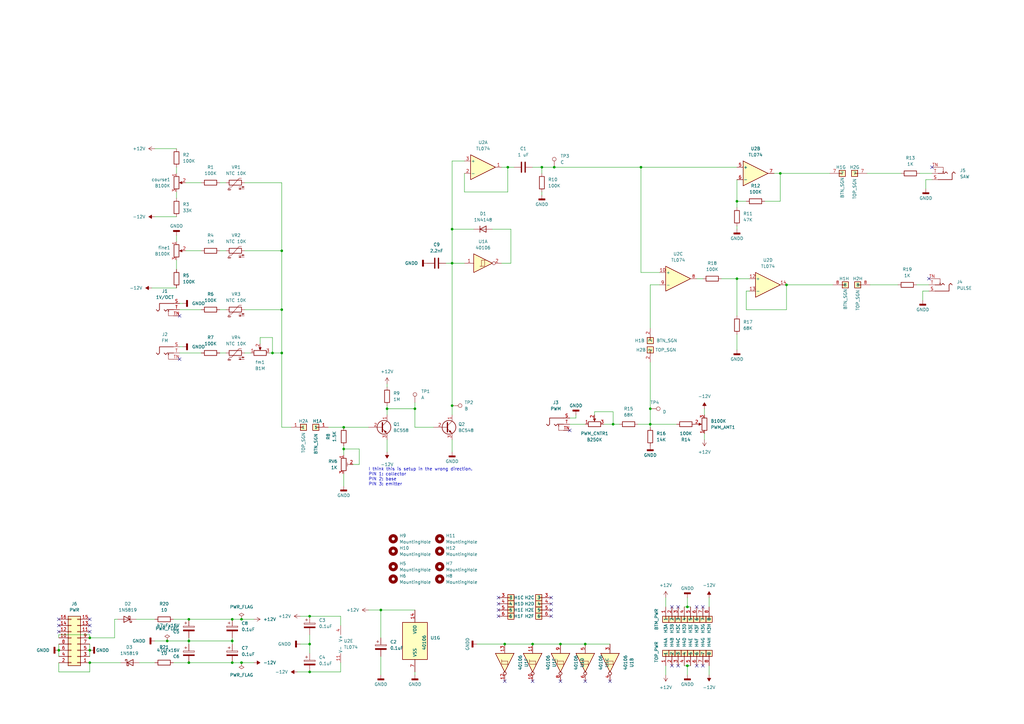
<source format=kicad_sch>
(kicad_sch (version 20230121) (generator eeschema)
  (paper "A3")
  (junction (at 140.97 175.26))
  (junction (at 266.7 173.99))
  (junction (at 281.94 248.92))
  (junction (at 68.58 262.89))
  (junction (at 95.25 254))
  (junction (at 302.26 82.55))
  (junction (at 240.03 264.16))
  (junction (at 262.89 68.58))
  (junction (at 36.83 266.7))
  (junction (at 77.47 271.78))
  (junction (at 229.87 264.16))
  (junction (at 111.76 144.78))
  (junction (at 302.26 114.3))
  (junction (at 127 275.59))
  (junction (at 170.18 167.64))
  (junction (at 95.25 271.78))
  (junction (at 185.42 107.95))
  (junction (at 115.57 127))
  (junction (at 222.25 68.58))
  (junction (at 95.25 262.89))
  (junction (at 208.28 68.58))
  (junction (at 251.46 173.99))
  (junction (at 185.42 166.37))
  (junction (at 156.21 250.19))
  (junction (at 77.47 262.89))
  (junction (at 99.06 254))
  (junction (at 140.97 184.15))
  (junction (at 322.58 116.84))
  (junction (at 24.13 266.7))
  (junction (at 207.01 264.16))
  (junction (at 320.04 71.12))
  (junction (at 99.06 271.78))
  (junction (at 115.57 144.78))
  (junction (at 127 252.73))
  (junction (at 185.42 93.98))
  (junction (at 227.33 68.58))
  (junction (at 115.57 102.87))
  (junction (at 158.75 167.64))
  (junction (at 218.44 264.16))
  (junction (at 281.94 273.05))
  (junction (at 77.47 254))
  (junction (at 127 264.16))
  (junction (at 266.7 167.64))
  (junction (at 36.83 271.78))
  (junction (at 36.83 261.62))
  (no_connect (at 278.13 273.05))
  (no_connect (at 226.06 245.11))
  (no_connect (at 233.68 176.53))
  (no_connect (at 240.03 279.4))
  (no_connect (at 204.47 247.65))
  (no_connect (at 226.06 252.73))
  (no_connect (at 24.13 254))
  (no_connect (at 24.13 256.54))
  (no_connect (at 275.59 273.05))
  (no_connect (at 36.83 256.54))
  (no_connect (at 226.06 250.19))
  (no_connect (at 285.75 273.05))
  (no_connect (at 275.59 248.92))
  (no_connect (at 73.66 147.32))
  (no_connect (at 226.06 247.65))
  (no_connect (at 250.19 279.4))
  (no_connect (at 278.13 248.92))
  (no_connect (at 288.29 273.05))
  (no_connect (at 204.47 252.73))
  (no_connect (at 204.47 245.11))
  (no_connect (at 229.87 279.4))
  (no_connect (at 382.27 68.58))
  (no_connect (at 381 114.3))
  (no_connect (at 288.29 248.92))
  (no_connect (at 218.44 279.4))
  (no_connect (at 73.66 129.54))
  (no_connect (at 285.75 248.92))
  (no_connect (at 24.13 259.08))
  (no_connect (at 36.83 254))
  (no_connect (at 204.47 250.19))
  (no_connect (at 36.83 259.08))
  (no_connect (at 207.01 279.4))
  (wire (pts (xy 24.13 264.16) (xy 24.13 266.7)))
  (wire (pts (xy 63.5 88.9) (xy 72.39 88.9)))
  (wire (pts (xy 90.17 74.93) (xy 92.71 74.93)))
  (wire (pts (xy 140.97 194.31) (xy 140.97 199.39)))
  (wire (pts (xy 208.28 68.58) (xy 208.28 78.74)))
  (wire (pts (xy 76.2 74.93) (xy 82.55 74.93)))
  (wire (pts (xy 190.5 78.74) (xy 208.28 78.74)))
  (wire (pts (xy 295.91 114.3) (xy 302.26 114.3)))
  (wire (pts (xy 185.42 93.98) (xy 185.42 66.04)))
  (wire (pts (xy 46.99 254) (xy 48.26 254)))
  (wire (pts (xy 46.99 261.62) (xy 46.99 254)))
  (wire (pts (xy 201.93 93.98) (xy 209.55 93.98)))
  (wire (pts (xy 77.47 262.89) (xy 77.47 264.16)))
  (wire (pts (xy 302.26 85.09) (xy 302.26 82.55)))
  (wire (pts (xy 95.25 261.62) (xy 95.25 262.89)))
  (wire (pts (xy 285.75 114.3) (xy 288.29 114.3)))
  (wire (pts (xy 379.73 77.47) (xy 379.73 73.66)))
  (wire (pts (xy 281.94 276.86) (xy 281.94 273.05)))
  (wire (pts (xy 36.83 264.16) (xy 36.83 266.7)))
  (wire (pts (xy 190.5 71.12) (xy 190.5 78.74)))
  (wire (pts (xy 123.19 252.73) (xy 127 252.73)))
  (wire (pts (xy 288.925 180.34) (xy 288.925 177.8)))
  (wire (pts (xy 378.46 123.19) (xy 378.46 119.38)))
  (wire (pts (xy 251.46 173.99) (xy 254 173.99)))
  (wire (pts (xy 127 252.73) (xy 139.7 252.73)))
  (wire (pts (xy 119.38 175.26) (xy 115.57 175.26)))
  (wire (pts (xy 144.78 190.5) (xy 147.32 190.5)))
  (wire (pts (xy 140.97 175.26) (xy 151.13 175.26)))
  (wire (pts (xy 262.89 111.76) (xy 270.51 111.76)))
  (wire (pts (xy 288.925 170.18) (xy 288.925 167.64)))
  (wire (pts (xy 127 264.16) (xy 127 267.97)))
  (wire (pts (xy 90.17 127) (xy 92.71 127)))
  (wire (pts (xy 111.76 144.78) (xy 115.57 144.78)))
  (wire (pts (xy 71.12 271.78) (xy 77.47 271.78)))
  (wire (pts (xy 127 275.59) (xy 139.7 275.59)))
  (wire (pts (xy 90.17 102.87) (xy 92.71 102.87)))
  (wire (pts (xy 151.13 250.19) (xy 156.21 250.19)))
  (wire (pts (xy 121.92 275.59) (xy 127 275.59)))
  (wire (pts (xy 111.76 144.78) (xy 110.49 144.78)))
  (wire (pts (xy 57.15 271.78) (xy 63.5 271.78)))
  (wire (pts (xy 95.25 262.89) (xy 95.25 264.16)))
  (wire (pts (xy 377.19 71.12) (xy 382.27 71.12)))
  (wire (pts (xy 266.7 116.84) (xy 270.51 116.84)))
  (wire (pts (xy 243.84 168.91) (xy 251.46 168.91)))
  (wire (pts (xy 281.94 248.92) (xy 280.67 248.92)))
  (wire (pts (xy 36.83 266.7) (xy 36.83 269.24)))
  (wire (pts (xy 227.33 68.58) (xy 262.89 68.58)))
  (wire (pts (xy 139.7 252.73) (xy 139.7 256.54)))
  (wire (pts (xy 266.7 148.59) (xy 266.7 167.64)))
  (wire (pts (xy 207.01 264.16) (xy 218.44 264.16)))
  (wire (pts (xy 378.46 119.38) (xy 381 119.38)))
  (wire (pts (xy 90.17 144.78) (xy 92.71 144.78)))
  (wire (pts (xy 156.21 269.24) (xy 156.21 276.86)))
  (wire (pts (xy 158.75 167.64) (xy 170.18 167.64)))
  (wire (pts (xy 73.66 124.46) (xy 74.93 124.46)))
  (wire (pts (xy 222.25 68.58) (xy 227.33 68.58)))
  (wire (pts (xy 140.97 182.88) (xy 140.97 184.15)))
  (wire (pts (xy 72.39 106.68) (xy 72.39 110.49)))
  (wire (pts (xy 185.42 66.04) (xy 190.5 66.04)))
  (wire (pts (xy 317.5 71.12) (xy 320.04 71.12)))
  (wire (pts (xy 115.57 74.93) (xy 100.33 74.93)))
  (wire (pts (xy 251.46 168.91) (xy 251.46 173.99)))
  (wire (pts (xy 302.26 73.66) (xy 302.26 82.55)))
  (wire (pts (xy 320.04 82.55) (xy 320.04 71.12)))
  (wire (pts (xy 170.18 275.59) (xy 170.18 276.86)))
  (wire (pts (xy 302.26 143.51) (xy 302.26 137.16)))
  (wire (pts (xy 185.42 93.98) (xy 194.31 93.98)))
  (wire (pts (xy 24.13 261.62) (xy 24.13 260.35)))
  (wire (pts (xy 100.33 127) (xy 115.57 127)))
  (wire (pts (xy 77.47 261.62) (xy 77.47 262.89)))
  (wire (pts (xy 156.21 250.19) (xy 170.18 250.19)))
  (wire (pts (xy 283.21 248.92) (xy 281.94 248.92)))
  (wire (pts (xy 236.22 171.45) (xy 236.22 170.18)))
  (wire (pts (xy 24.13 275.59) (xy 36.83 275.59)))
  (wire (pts (xy 115.57 102.87) (xy 115.57 127)))
  (wire (pts (xy 243.84 168.91) (xy 243.84 170.18)))
  (wire (pts (xy 73.66 127) (xy 82.55 127)))
  (wire (pts (xy 111.76 138.43) (xy 111.76 144.78)))
  (wire (pts (xy 185.42 180.34) (xy 185.42 185.42)))
  (wire (pts (xy 140.97 184.15) (xy 147.32 184.15)))
  (wire (pts (xy 320.04 71.12) (xy 340.36 71.12)))
  (wire (pts (xy 266.7 116.84) (xy 266.7 134.62)))
  (wire (pts (xy 24.13 260.35) (xy 36.83 260.35)))
  (wire (pts (xy 208.28 68.58) (xy 210.82 68.58)))
  (wire (pts (xy 273.05 248.92) (xy 273.05 245.11)))
  (wire (pts (xy 147.32 190.5) (xy 147.32 184.15)))
  (wire (pts (xy 185.42 93.98) (xy 185.42 107.95)))
  (wire (pts (xy 356.87 116.84) (xy 368.3 116.84)))
  (wire (pts (xy 266.7 167.64) (xy 266.7 173.99)))
  (wire (pts (xy 185.42 166.37) (xy 185.42 170.18)))
  (wire (pts (xy 170.18 175.26) (xy 177.8 175.26)))
  (wire (pts (xy 170.18 165.1) (xy 170.18 167.64)))
  (wire (pts (xy 72.39 78.74) (xy 72.39 81.28)))
  (wire (pts (xy 158.75 157.48) (xy 158.75 158.75)))
  (wire (pts (xy 313.69 82.55) (xy 320.04 82.55)))
  (wire (pts (xy 115.57 102.87) (xy 115.57 74.93)))
  (wire (pts (xy 375.92 116.84) (xy 381 116.84)))
  (wire (pts (xy 95.25 271.78) (xy 99.06 271.78)))
  (wire (pts (xy 283.21 273.05) (xy 281.94 273.05)))
  (wire (pts (xy 36.83 275.59) (xy 36.83 271.78)))
  (wire (pts (xy 77.47 254) (xy 95.25 254)))
  (wire (pts (xy 306.07 127) (xy 306.07 119.38)))
  (wire (pts (xy 205.74 68.58) (xy 208.28 68.58)))
  (wire (pts (xy 302.26 82.55) (xy 306.07 82.55)))
  (wire (pts (xy 266.7 173.99) (xy 266.7 175.26)))
  (wire (pts (xy 277.495 173.99) (xy 266.7 173.99)))
  (wire (pts (xy 156.21 250.19) (xy 156.21 261.62)))
  (wire (pts (xy 273.05 276.86) (xy 273.05 273.05)))
  (wire (pts (xy 36.83 261.62) (xy 46.99 261.62)))
  (wire (pts (xy 195.58 264.16) (xy 207.01 264.16)))
  (wire (pts (xy 36.83 260.35) (xy 36.83 261.62)))
  (wire (pts (xy 106.68 140.97) (xy 106.68 138.43)))
  (wire (pts (xy 24.13 266.7) (xy 24.13 269.24)))
  (wire (pts (xy 322.58 127) (xy 306.07 127)))
  (wire (pts (xy 233.68 171.45) (xy 236.22 171.45)))
  (wire (pts (xy 262.89 68.58) (xy 302.26 68.58)))
  (wire (pts (xy 115.57 144.78) (xy 115.57 175.26)))
  (wire (pts (xy 233.68 173.99) (xy 240.03 173.99)))
  (wire (pts (xy 262.89 68.58) (xy 262.89 111.76)))
  (wire (pts (xy 158.75 167.64) (xy 158.75 170.18)))
  (wire (pts (xy 185.42 107.95) (xy 185.42 166.37)))
  (wire (pts (xy 290.83 276.86) (xy 290.83 273.05)))
  (wire (pts (xy 100.33 102.87) (xy 115.57 102.87)))
  (wire (pts (xy 127 260.35) (xy 127 264.16)))
  (wire (pts (xy 106.68 138.43) (xy 111.76 138.43)))
  (wire (pts (xy 322.58 116.84) (xy 322.58 127)))
  (wire (pts (xy 170.18 175.26) (xy 170.18 167.64)))
  (wire (pts (xy 95.25 254) (xy 99.06 254)))
  (wire (pts (xy 68.58 262.89) (xy 77.47 262.89)))
  (wire (pts (xy 140.97 184.15) (xy 140.97 186.69)))
  (wire (pts (xy 218.44 264.16) (xy 229.87 264.16)))
  (wire (pts (xy 229.87 264.16) (xy 240.03 264.16)))
  (wire (pts (xy 77.47 262.89) (xy 95.25 262.89)))
  (wire (pts (xy 73.66 142.24) (xy 74.93 142.24)))
  (wire (pts (xy 123.19 264.16) (xy 127 264.16)))
  (wire (pts (xy 290.83 248.92) (xy 290.83 245.11)))
  (wire (pts (xy 77.47 271.78) (xy 95.25 271.78)))
  (wire (pts (xy 99.06 271.78) (xy 104.14 271.78)))
  (wire (pts (xy 71.12 254) (xy 77.47 254)))
  (wire (pts (xy 182.88 107.95) (xy 185.42 107.95)))
  (wire (pts (xy 115.57 127) (xy 115.57 144.78)))
  (wire (pts (xy 134.62 175.26) (xy 140.97 175.26)))
  (wire (pts (xy 322.58 116.84) (xy 341.63 116.84)))
  (wire (pts (xy 99.06 254) (xy 104.14 254)))
  (wire (pts (xy 302.26 114.3) (xy 307.34 114.3)))
  (wire (pts (xy 24.13 271.78) (xy 24.13 275.59)))
  (wire (pts (xy 185.42 107.95) (xy 190.5 107.95)))
  (wire (pts (xy 281.94 248.92) (xy 281.94 245.11)))
  (wire (pts (xy 355.6 71.12) (xy 369.57 71.12)))
  (wire (pts (xy 76.2 102.87) (xy 82.55 102.87)))
  (wire (pts (xy 72.39 68.58) (xy 72.39 71.12)))
  (wire (pts (xy 302.26 92.71) (xy 302.26 93.98)))
  (wire (pts (xy 281.94 273.05) (xy 280.67 273.05)))
  (wire (pts (xy 247.65 173.99) (xy 251.46 173.99)))
  (wire (pts (xy 100.33 144.78) (xy 102.87 144.78)))
  (wire (pts (xy 36.83 271.78) (xy 49.53 271.78)))
  (wire (pts (xy 62.23 118.11) (xy 72.39 118.11)))
  (wire (pts (xy 379.73 73.66) (xy 382.27 73.66)))
  (wire (pts (xy 261.62 173.99) (xy 266.7 173.99)))
  (wire (pts (xy 63.5 262.89) (xy 68.58 262.89)))
  (wire (pts (xy 158.75 180.34) (xy 158.75 185.42)))
  (wire (pts (xy 73.66 144.78) (xy 82.55 144.78)))
  (wire (pts (xy 139.7 275.59) (xy 139.7 271.78)))
  (wire (pts (xy 209.55 107.95) (xy 209.55 93.98)))
  (wire (pts (xy 218.44 68.58) (xy 222.25 68.58)))
  (wire (pts (xy 240.03 264.16) (xy 250.19 264.16)))
  (wire (pts (xy 55.88 254) (xy 63.5 254)))
  (wire (pts (xy 306.07 119.38) (xy 307.34 119.38)))
  (wire (pts (xy 158.75 166.37) (xy 158.75 167.64)))
  (wire (pts (xy 222.25 68.58) (xy 222.25 71.12)))
  (wire (pts (xy 302.26 114.3) (xy 302.26 129.54)))
  (wire (pts (xy 63.5 60.96) (xy 72.39 60.96)))
  (wire (pts (xy 72.39 96.52) (xy 72.39 99.06)))
  (wire (pts (xy 205.74 107.95) (xy 209.55 107.95)))
  (wire (pts (xy 222.25 78.74) (xy 222.25 80.01)))
  (text "I think this is setup in the wrong direction. \nPIN 1: collector\nPIN 2: base\nPIN 3: emitter" (at 151.13 199.39 0) (effects (font (size 1.27 1.27)) (justify left bottom)))
  (symbol (lib_id "Synth_Custom:CONN_Header_01x08") (at 220.98 250.19 180) (unit 5)
    (property "Reference" "H2" (at 217.17 250.19 0))
    (property "Value" "TOP_SGN" (effects hide))
    (property "Footprint" "synth-custom:PinHeader_1x08_P2.00mm_Vertical" (effects hide))
  )
  (symbol (lib_id "Synth_Custom:CONN_Socket_01x08") (at 129.54 175.26 180) (unit 1)
    (property "Reference" "H1" (at 132.08 172.72 0) (effects (justify left)))
    (property "Value" "BTN_SGN" (at 129.54 177.8 90) (effects (justify left)))
    (property "Footprint" "synth-custom:PinSocket_1x08_P2.00mm_Vertical" (effects hide))
  )
  (symbol (lib_id "Mechanical:MountingHole") (at 180.34 226.06 0) (unit 1)
    (property "Reference" "H12" (at 182.88 224.79 0) (effects (justify left)))
    (property "Value" "MountingHole" (at 182.88 227.33 0) (effects (justify left)))
    (property "Footprint" "MountingHole:MountingHole_3.5mm" (effects hide))
  )
  (symbol (lib_id "power:-12V") (at 104.14 271.78 270) (unit 1)
    (property "Reference" "#PWR029" (effects hide))
    (property "Value" "-12V" (at 107.95 271.78 90) (effects (justify left)))
  )
  (symbol (lib_id "power:GNDD") (at 236.22 170.18 180) (unit 1)
    (property "Reference" "#PWR013" (effects hide))
    (property "Value" "GNDD" (at 236.22 166.37 0))
  )
  (symbol (lib_id "Device:R") (at 72.39 64.77 180) (unit 1)
    (property "Reference" "R2" (at 74.93 63.5 0) (effects (justify right)))
    (property "Value" "100K" (at 74.93 66.04 0) (effects (justify right)))
    (property "Footprint" "synth-custom:R_Axial_DIN0207_L6.3mm_D2.5mm_P7.62mm_Horizontal" (effects hide))
  )
  (symbol (lib_id "Synth_Custom:CONN_Socket_01x08") (at 266.7 139.7 270) (unit 2)
    (property "Reference" "H1" (at 260.35 139.7 90) (effects (justify left)))
    (property "Value" "BTN_SGN" (at 269.24 139.7 90) (effects (justify left)))
    (property "Footprint" "synth-custom:PinSocket_1x08_P2.00mm_Vertical" (effects hide))
  )
  (symbol (lib_id "power:GNDD") (at 281.94 245.11 180) (unit 1)
    (property "Reference" "#PWR033" (effects hide))
    (property "Value" "GNDD" (at 281.94 241.3 0))
  )
  (symbol (lib_id "Device:R") (at 302.26 88.9 180) (unit 1)
    (property "Reference" "R11" (at 304.8 87.63 0) (effects (justify right)))
    (property "Value" "47K" (at 304.8 90.17 0) (effects (justify right)))
    (property "Footprint" "synth-custom:R_Axial_DIN0207_L6.3mm_D2.5mm_P7.62mm_Horizontal" (effects hide))
  )
  (symbol (lib_id "power:GNDD") (at 156.21 276.86 0) (unit 1)
    (property "Reference" "#PWR022" (effects hide))
    (property "Value" "GNDD" (at 156.21 280.67 0))
  )
  (symbol (lib_id "power:GNDD") (at 185.42 185.42 0) (unit 1)
    (property "Reference" "#PWR010" (effects hide))
    (property "Value" "GNDD" (at 185.42 189.23 0))
  )
  (symbol (lib_id "Device:R") (at 140.97 179.07 0) (unit 1)
    (property "Reference" "R8" (at 134.62 179.07 90))
    (property "Value" "1.5K" (at 137.16 179.07 90))
    (property "Footprint" "synth-custom:R_Axial_DIN0207_L6.3mm_D2.5mm_P7.62mm_Horizontal" (effects hide))
  )
  (symbol (lib_id "Synth_Custom:CONN_Header_01x08") (at 283.21 267.97 90) (unit 5)
    (property "Reference" "H4" (at 283.21 265.43 0) (effects (justify left)))
    (property "Value" "TOP_PWR" (effects hide))
    (property "Footprint" "synth-custom:PinHeader_1x08_P2.00mm_Vertical" (effects hide))
  )
  (symbol (lib_id "power:-12V") (at 63.5 88.9 90) (unit 1)
    (property "Reference" "#PWR05" (effects hide))
    (property "Value" "-12V" (at 59.69 88.9 90) (effects (justify left)))
  )
  (symbol (lib_id "power:GNDD") (at 175.26 107.95 270) (unit 1)
    (property "Reference" "#PWR031" (effects hide))
    (property "Value" "GNDD" (at 171.45 107.95 90) (effects (justify right)))
  )
  (symbol (lib_id "Device:R") (at 86.36 144.78 90) (unit 1)
    (property "Reference" "R7" (at 86.36 138.43 90))
    (property "Value" "100K" (at 86.36 140.97 90))
    (property "Footprint" "synth-custom:R_Axial_DIN0207_L6.3mm_D2.5mm_P7.62mm_Horizontal" (effects hide))
  )
  (symbol (lib_id "Device:R") (at 302.26 133.35 0) (unit 1)
    (property "Reference" "R17" (at 304.8 132.08 0) (effects (justify left)))
    (property "Value" "68K" (at 304.8 134.62 0) (effects (justify left)))
    (property "Footprint" "synth-custom:R_Axial_DIN0207_L6.3mm_D2.5mm_P7.62mm_Horizontal" (effects hide))
  )
  (symbol (lib_id "Synth_Custom:CONN_Header_01x08") (at 285.75 267.97 90) (unit 6)
    (property "Reference" "H4" (at 285.75 265.43 0) (effects (justify left)))
    (property "Value" "TOP_PWR" (effects hide))
    (property "Footprint" "synth-custom:PinHeader_1x08_P2.00mm_Vertical" (effects hide))
  )
  (symbol (lib_id "Device:R") (at 292.1 114.3 90) (unit 1)
    (property "Reference" "R18" (at 292.1 107.95 90))
    (property "Value" "100K" (at 292.1 110.49 90))
    (property "Footprint" "synth-custom:R_Axial_DIN0207_L6.3mm_D2.5mm_P7.62mm_Horizontal" (effects hide))
  )
  (symbol (lib_id "Synth_Custom:CONN_Header_01x08") (at 220.98 247.65 180) (unit 4)
    (property "Reference" "H2" (at 217.17 247.65 0))
    (property "Value" "TOP_SGN" (effects hide))
    (property "Footprint" "synth-custom:PinHeader_1x08_P2.00mm_Vertical" (effects hide))
  )
  (symbol (lib_id "power:+12V") (at 123.19 252.73 90) (unit 1)
    (property "Reference" "#PWR024" (effects hide))
    (property "Value" "+12V" (at 119.38 252.73 90) (effects (justify left)))
  )
  (symbol (lib_id "power:+12V") (at 158.75 157.48 0) (unit 1)
    (property "Reference" "#PWR08" (effects hide))
    (property "Value" "+12V" (at 158.75 152.4 0))
  )
  (symbol (lib_id "Device:R") (at 222.25 74.93 180) (unit 1)
    (property "Reference" "R10" (at 224.79 73.66 0) (effects (justify right)))
    (property "Value" "100K" (at 224.79 76.2 0) (effects (justify right)))
    (property "Footprint" "synth-custom:R_Axial_DIN0207_L6.3mm_D2.5mm_P7.62mm_Horizontal" (effects hide))
  )
  (symbol (lib_id "power:GNDD") (at 302.26 143.51 0) (unit 1)
    (property "Reference" "#PWR017" (effects hide))
    (property "Value" "GNDD" (at 302.26 147.32 0))
  )
  (symbol (lib_id "Synth_Custom:CONN_Socket_01x08") (at 278.13 254 270) (unit 3)
    (property "Reference" "H3" (at 278.13 257.81 0))
    (property "Value" "BTM_PWR" (effects hide))
    (property "Footprint" "synth-custom:PinSocket_1x08_P2.00mm_Vertical" (effects hide))
  )
  (symbol (lib_id "Diode:1N5819") (at 53.34 271.78 0) (unit 1)
    (property "Reference" "D3" (at 53.0225 265.43 0))
    (property "Value" "1N5819" (at 53.0225 267.97 0))
    (property "Footprint" "Diode_THT:D_DO-35_SOD27_P7.62mm_Horizontal" (effects hide))
    (property "Datasheet" "http://www.vishay.com/docs/88525/1n5817.pdf" (effects hide))
  )
  (symbol (lib_id "Synth_Custom:CONN_Socket_01x08") (at 209.55 245.11 0) (unit 3)
    (property "Reference" "H1" (at 210.82 245.11 0) (effects (justify left)))
    (property "Value" "BTN_SGN" (effects hide))
    (property "Footprint" "synth-custom:PinSocket_1x08_P2.00mm_Vertical" (effects hide))
  )
  (symbol (lib_id "Device:C_Polarized") (at 127 271.78 0) (unit 1)
    (property "Reference" "C4" (at 130.81 269.621 0) (effects (justify left)))
    (property "Value" "0.1uF" (at 130.81 272.161 0) (effects (justify left)))
    (property "Footprint" "Capacitor_THT:CP_Radial_D4.0mm_P2.00mm" (effects hide))
  )
  (symbol (lib_id "power:-12V") (at 290.83 276.86 180) (unit 1)
    (property "Reference" "#PWR037" (effects hide))
    (property "Value" "-12V" (at 290.83 281.94 0))
  )
  (symbol (lib_id "Device:R_Potentiometer") (at 72.39 74.93 0) (unit 1)
    (property "Reference" "course1" (at 69.85 73.66 0) (effects (justify right)))
    (property "Value" "B100K" (at 69.85 76.2 0) (effects (justify right)))
    (property "Footprint" "Potentiometer_THT:Potentiometer_TT_P0915N" (effects hide))
  )
  (symbol (lib_id "Synth_Custom:CONN_Socket_01x08") (at 209.55 250.19 0) (unit 5)
    (property "Reference" "H1" (at 210.82 250.19 0) (effects (justify left)))
    (property "Value" "BTN_SGN" (effects hide))
    (property "Footprint" "synth-custom:PinSocket_1x08_P2.00mm_Vertical" (effects hide))
  )
  (symbol (lib_id "Device:R") (at 372.11 116.84 90) (unit 1)
    (property "Reference" "R19" (at 372.11 110.49 90))
    (property "Value" "1K" (at 372.11 113.03 90))
    (property "Footprint" "synth-custom:R_Axial_DIN0207_L6.3mm_D2.5mm_P7.62mm_Horizontal" (effects hide))
  )
  (symbol (lib_id "Synth_Custom:CONN_Header_01x08") (at 351.79 116.84 180) (unit 8)
    (property "Reference" "H2" (at 351.79 114.3 0))
    (property "Value" "TOP_SGN" (at 351.79 123.19 90))
    (property "Footprint" "synth-custom:PinHeader_1x08_P2.00mm_Vertical" (effects hide))
  )
  (symbol (lib_id "Synth_Custom:CONN_Socket_01x08") (at 290.83 254 270) (unit 8)
    (property "Reference" "H3" (at 290.83 257.81 0))
    (property "Value" "BTM_PWR" (effects hide))
    (property "Footprint" "synth-custom:PinSocket_1x08_P2.00mm_Vertical" (effects hide))
  )
  (symbol (lib_id "Synth_Custom:CONN_Header_01x08") (at 290.83 267.97 90) (unit 8)
    (property "Reference" "H4" (at 290.83 265.43 0) (effects (justify left)))
    (property "Value" "TOP_PWR" (effects hide))
    (property "Footprint" "synth-custom:PinHeader_1x08_P2.00mm_Vertical" (effects hide))
  )
  (symbol (lib_id "Connector:TestPoint") (at 185.42 166.37 270) (unit 1)
    (property "Reference" "TP2" (at 190.5 165.1 90) (effects (justify left)))
    (property "Value" "B" (at 190.5 167.64 90) (effects (justify left)))
    (property "Footprint" "Connector_Pin:Pin_D1.0mm_L10.0mm" (effects hide))
  )
  (symbol (lib_id "Device:Thermistor_NTC") (at 96.52 102.87 90) (unit 1)
    (property "Reference" "VR2" (at 96.8375 96.52 90))
    (property "Value" "NTC 10K" (at 96.8375 99.06 90))
    (property "Footprint" "Resistor_THT:R_Axial_DIN0207_L6.3mm_D2.5mm_P5.08mm_Vertical" (effects hide))
  )
  (symbol (lib_id "Connector:TestPoint") (at 227.33 68.58 0) (unit 1)
    (property "Reference" "TP3" (at 229.87 64.008 0) (effects (justify left)))
    (property "Value" "C" (at 229.87 66.548 0) (effects (justify left)))
    (property "Footprint" "Connector_Pin:Pin_D1.0mm_L10.0mm" (effects hide))
  )
  (symbol (lib_id "power:GNDD") (at 302.26 93.98 0) (unit 1)
    (property "Reference" "#PWR012" (effects hide))
    (property "Value" "GNDD" (at 302.26 97.79 0))
  )
  (symbol (lib_id "Synth_Custom:CONN_Socket_01x08") (at 280.67 254 270) (unit 4)
    (property "Reference" "H3" (at 280.67 257.81 0))
    (property "Value" "BTM_PWR" (effects hide))
    (property "Footprint" "synth-custom:PinSocket_1x08_P2.00mm_Vertical" (effects hide))
  )
  (symbol (lib_id "Mechanical:MountingHole") (at 180.34 220.98 0) (unit 1)
    (property "Reference" "H11" (at 182.88 219.71 0) (effects (justify left)))
    (property "Value" "MountingHole" (at 182.88 222.25 0) (effects (justify left)))
    (property "Footprint" "MountingHole:MountingHole_3.5mm" (effects hide))
  )
  (symbol (lib_id "power:-12V") (at 62.23 118.11 90) (unit 1)
    (property "Reference" "#PWR06" (effects hide))
    (property "Value" "-12V" (at 58.42 118.11 90) (effects (justify left)))
  )
  (symbol (lib_id "Connector:TestPoint") (at 170.18 165.1 0) (unit 1)
    (property "Reference" "TP1" (at 172.72 160.528 0) (effects (justify left)))
    (property "Value" "A" (at 172.72 163.068 0) (effects (justify left)))
    (property "Footprint" "Connector_Pin:Pin_D1.0mm_L10.0mm" (effects hide))
  )
  (symbol (lib_id "4xxx:40106") (at 240.03 271.78 270) (unit 3)
    (property "Reference" "U1" (at 248.92 271.78 0))
    (property "Value" "40106" (at 246.38 271.78 0))
    (property "Footprint" "Package_DIP:DIP-14_W7.62mm_Socket_LongPads" (effects hide))
    (property "Datasheet" "https://assets.nexperia.com/documents/data-sheet/HEF40106B.pdf" (effects hide))
  )
  (symbol (lib_id "Device:C_Polarized") (at 95.25 267.97 0) (unit 1)
    (property "Reference" "C7" (at 99.06 265.811 0) (effects (justify left)))
    (property "Value" "0.1uF" (at 99.06 268.351 0) (effects (justify left)))
    (property "Footprint" "Capacitor_THT:CP_Radial_D4.0mm_P2.00mm" (effects hide))
  )
  (symbol (lib_id "power:GNDD") (at 123.19 264.16 270) (unit 1)
    (property "Reference" "#PWR025" (effects hide))
    (property "Value" "GNDD" (at 119.38 264.16 90) (effects (justify right)))
  )
  (symbol (lib_id "Diode:1N5819") (at 52.07 254 180) (unit 1)
    (property "Reference" "D2" (at 52.3875 247.65 0))
    (property "Value" "1N5819" (at 52.3875 250.19 0))
    (property "Footprint" "Diode_THT:D_DO-35_SOD27_P7.62mm_Horizontal" (effects hide))
    (property "Datasheet" "http://www.vishay.com/docs/88525/1n5817.pdf" (effects hide))
  )
  (symbol (lib_id "power:+12V") (at 288.925 180.34 180) (unit 1)
    (property "Reference" "#PWR014" (effects hide))
    (property "Value" "+12V" (at 288.925 185.42 0))
  )
  (symbol (lib_id "4xxx:40106") (at 218.44 271.78 270) (unit 5)
    (property "Reference" "U1" (at 227.33 271.78 0))
    (property "Value" "40106" (at 224.79 271.78 0))
    (property "Footprint" "Package_DIP:DIP-14_W7.62mm_Socket_LongPads" (effects hide))
    (property "Datasheet" "https://assets.nexperia.com/documents/data-sheet/HEF40106B.pdf" (effects hide))
  )
  (symbol (lib_id "Device:R") (at 309.88 82.55 270) (unit 1)
    (property "Reference" "R12" (at 309.88 76.2 90))
    (property "Value" "100K" (at 309.88 78.74 90))
    (property "Footprint" "synth-custom:R_Axial_DIN0207_L6.3mm_D2.5mm_P7.62mm_Horizontal" (effects hide))
  )
  (symbol (lib_id "Device:R") (at 158.75 162.56 180) (unit 1)
    (property "Reference" "R9" (at 161.29 161.29 0) (effects (justify right)))
    (property "Value" "1M" (at 161.29 163.83 0) (effects (justify right)))
    (property "Footprint" "synth-custom:R_Axial_DIN0207_L6.3mm_D2.5mm_P7.62mm_Horizontal" (effects hide))
  )
  (symbol (lib_id "Synth_Custom:CONN_Socket_01x08") (at 275.59 254 270) (unit 2)
    (property "Reference" "H3" (at 275.59 257.81 0))
    (property "Value" "BTM_PWR" (effects hide))
    (property "Footprint" "synth-custom:PinSocket_1x08_P2.00mm_Vertical" (effects hide))
  )
  (symbol (lib_id "Transistor_BJT:BC548") (at 182.88 175.26 0) (unit 1)
    (property "Reference" "Q2" (at 187.96 173.99 0) (effects (justify left)))
    (property "Value" "BC548" (at 187.96 176.53 0) (effects (justify left)))
    (property "Footprint" "Package_TO_SOT_THT:TO-92_Inline" (effects hide))
    (property "Datasheet" "https://www.onsemi.com/pub/Collateral/BC550-D.pdf" (effects hide))
  )
  (symbol (lib_id "power:+12V") (at 273.05 276.86 180) (unit 1)
    (property "Reference" "#PWR034" (effects hide))
    (property "Value" "+12V" (at 273.05 281.94 0))
  )
  (symbol (lib_id "Synth_Custom:CONN_Socket_01x08") (at 288.29 254 270) (unit 7)
    (property "Reference" "H3" (at 288.29 257.81 0))
    (property "Value" "BTM_PWR" (effects hide))
    (property "Footprint" "synth-custom:PinSocket_1x08_P2.00mm_Vertical" (effects hide))
  )
  (symbol (lib_id "4xxx:40106") (at 198.12 107.95 0) (unit 1)
    (property "Reference" "U1" (at 198.12 99.06 0))
    (property "Value" "40106" (at 198.12 101.6 0))
    (property "Footprint" "Package_DIP:DIP-14_W7.62mm_Socket_LongPads" (effects hide))
    (property "Datasheet" "https://assets.nexperia.com/documents/data-sheet/HEF40106B.pdf" (effects hide))
  )
  (symbol (lib_id "Device:R") (at 86.36 127 90) (unit 1)
    (property "Reference" "R6" (at 86.36 120.65 90))
    (property "Value" "100K" (at 86.36 123.19 90))
    (property "Footprint" "synth-custom:R_Axial_DIN0207_L6.3mm_D2.5mm_P7.62mm_Horizontal" (effects hide))
  )
  (symbol (lib_id "Synth_Custom:CONN_Header_01x08") (at 278.13 267.97 90) (unit 3)
    (property "Reference" "H4" (at 278.13 265.43 0) (effects (justify left)))
    (property "Value" "TOP_PWR" (effects hide))
    (property "Footprint" "synth-custom:PinHeader_1x08_P2.00mm_Vertical" (effects hide))
  )
  (symbol (lib_id "Mechanical:MountingHole") (at 161.29 232.41 0) (unit 1)
    (property "Reference" "H5" (at 163.83 231.14 0) (effects (justify left)))
    (property "Value" "MountingHole" (at 163.83 233.68 0) (effects (justify left)))
    (property "Footprint" "MountingHole:MountingHole_3.5mm" (effects hide))
  )
  (symbol (lib_id "power:-12V") (at 121.92 275.59 90) (unit 1)
    (property "Reference" "#PWR026" (effects hide))
    (property "Value" "-12V" (at 118.11 275.59 90) (effects (justify left)))
  )
  (symbol (lib_id "power:-12V") (at 290.83 245.11 0) (unit 1)
    (property "Reference" "#PWR036" (effects hide))
    (property "Value" "-12V" (at 290.83 240.03 0))
  )
  (symbol (lib_id "Device:C") (at 179.07 107.95 270) (unit 1)
    (property "Reference" "C9" (at 179.07 100.33 90))
    (property "Value" "2.2nF" (at 179.07 102.87 90))
    (property "Footprint" "synth-custom:C_RECT_WIMA_0.1uF" (effects hide))
  )
  (symbol (lib_id "power:GNDD") (at 281.94 276.86 0) (unit 1)
    (property "Reference" "#PWR038" (effects hide))
    (property "Value" "GNDD" (at 281.94 280.67 0))
  )
  (symbol (lib_id "Device:C_Polarized") (at 95.25 257.81 0) (unit 1)
    (property "Reference" "C8" (at 99.06 255.651 0) (effects (justify left)))
    (property "Value" "0.1uF" (at 99.06 258.191 0) (effects (justify left)))
    (property "Footprint" "Capacitor_THT:CP_Radial_D4.0mm_P2.00mm" (effects hide))
  )
  (symbol (lib_id "power:GNDD") (at 195.58 264.16 270) (unit 1)
    (property "Reference" "#PWR020" (effects hide))
    (property "Value" "GNDD" (at 191.77 264.16 0))
  )
  (symbol (lib_id "Device:R") (at 266.7 179.07 0) (unit 1)
    (property "Reference" "R16" (at 269.24 177.8 0) (effects (justify left)))
    (property "Value" "14K" (at 269.24 180.34 0) (effects (justify left)))
    (property "Footprint" "synth-custom:R_Axial_DIN0207_L6.3mm_D2.5mm_P7.62mm_Horizontal" (effects hide))
  )
  (symbol (lib_id "power:GNDD") (at 222.25 80.01 0) (unit 1)
    (property "Reference" "#PWR011" (effects hide))
    (property "Value" "GNDD" (at 222.25 83.82 0))
  )
  (symbol (lib_id "power:GNDD") (at 140.97 199.39 0) (unit 1)
    (property "Reference" "#PWR04" (effects hide))
    (property "Value" "GNDD" (at 140.97 203.2 0))
  )
  (symbol (lib_id "Device:R") (at 86.36 102.87 90) (unit 1)
    (property "Reference" "R4" (at 86.36 96.52 90))
    (property "Value" "1M" (at 86.36 99.06 90))
    (property "Footprint" "synth-custom:R_Axial_DIN0207_L6.3mm_D2.5mm_P7.62mm_Horizontal" (effects hide))
  )
  (symbol (lib_id "Device:R_Potentiometer") (at 243.84 173.99 90) (unit 1)
    (property "Reference" "PWM_CNTR1" (at 243.84 177.8 90))
    (property "Value" "B250K" (at 243.84 180.34 90))
    (property "Footprint" "Potentiometer_THT:Potentiometer_TT_P0915N" (effects hide))
  )
  (symbol (lib_id "power:GNDD") (at 74.93 142.24 90) (unit 1)
    (property "Reference" "#PWR03" (effects hide))
    (property "Value" "GNDD" (at 78.74 142.24 90) (effects (justify right)))
  )
  (symbol (lib_id "power:+12V") (at 151.13 250.19 90) (unit 1)
    (property "Reference" "#PWR023" (effects hide))
    (property "Value" "+12V" (at 147.32 250.19 90) (effects (justify left)))
  )
  (symbol (lib_id "power:PWR_FLAG") (at 68.58 262.89 0) (unit 1)
    (property "Reference" "#FLG03" (effects hide))
    (property "Value" "PWR_FLAG" (at 68.58 257.81 0))
  )
  (symbol (lib_id "power:GNDD") (at 36.83 266.7 90) (unit 1)
    (property "Reference" "#PWR027" (effects hide))
    (property "Value" "GNDD" (at 39.37 266.7 90) (effects (justify right)))
  )
  (symbol (lib_id "Transistor_BJT:BC558") (at 156.21 175.26 0) (unit 1)
    (property "Reference" "Q1" (at 161.29 173.99 0) (effects (justify left)))
    (property "Value" "BC558" (at 161.29 176.53 0) (effects (justify left)))
    (property "Footprint" "Package_TO_SOT_THT:TO-92_Inline" (effects hide))
    (property "Datasheet" "https://www.onsemi.com/pub/Collateral/BC556BTA-D.pdf" (effects hide))
  )
  (symbol (lib_id "Synth_Custom:CONN_Header_01x08") (at 288.29 267.97 90) (unit 7)
    (property "Reference" "H4" (at 288.29 265.43 0) (effects (justify left)))
    (property "Value" "TOP_PWR" (effects hide))
    (property "Footprint" "synth-custom:PinHeader_1x08_P2.00mm_Vertical" (effects hide))
  )
  (symbol (lib_id "Synth_Custom:CONN_Socket_01x08") (at 285.75 254 270) (unit 6)
    (property "Reference" "H3" (at 285.75 257.81 0))
    (property "Value" "BTM_PWR" (effects hide))
    (property "Footprint" "synth-custom:PinSocket_1x08_P2.00mm_Vertical" (effects hide))
  )
  (symbol (lib_id "4xxx:40106") (at 229.87 271.78 270) (unit 4)
    (property "Reference" "U1" (at 238.76 271.78 0))
    (property "Value" "40106" (at 236.22 271.78 0))
    (property "Footprint" "Package_DIP:DIP-14_W7.62mm_Socket_LongPads" (effects hide))
    (property "Datasheet" "https://assets.nexperia.com/documents/data-sheet/HEF40106B.pdf" (effects hide))
  )
  (symbol (lib_id "Device:R") (at 67.31 271.78 270) (unit 1)
    (property "Reference" "R21" (at 67.31 265.43 90))
    (property "Value" "10" (at 67.31 267.97 90))
    (property "Footprint" "synth-custom:R_Axial_DIN0207_L6.3mm_D2.5mm_P7.62mm_Horizontal" (effects hide))
  )
  (symbol (lib_id "Device:Thermistor_NTC") (at 96.52 74.93 90) (unit 1)
    (property "Reference" "VR1" (at 96.8375 68.58 90))
    (property "Value" "NTC 10K" (at 96.8375 71.12 90))
    (property "Footprint" "Resistor_THT:R_Axial_DIN0207_L6.3mm_D2.5mm_P5.08mm_Vertical" (effects hide))
  )
  (symbol (lib_id "power:+12V") (at 273.05 245.11 0) (unit 1)
    (property "Reference" "#PWR035" (effects hide))
    (property "Value" "+12V" (at 273.05 240.03 0))
  )
  (symbol (lib_id "Synth_Custom:CONN_Header_01x08") (at 220.98 252.73 180) (unit 6)
    (property "Reference" "H2" (at 217.17 252.73 0))
    (property "Value" "TOP_SGN" (effects hide))
    (property "Footprint" "synth-custom:PinHeader_1x08_P2.00mm_Vertical" (effects hide))
  )
  (symbol (lib_id "Device:R") (at 257.81 173.99 270) (unit 1)
    (property "Reference" "R15" (at 257.81 167.64 90))
    (property "Value" "68K" (at 257.81 170.18 90))
    (property "Footprint" "synth-custom:R_Axial_DIN0207_L6.3mm_D2.5mm_P7.62mm_Horizontal" (effects hide))
  )
  (symbol (lib_id "4xxx:40106") (at 250.19 271.78 270) (unit 2)
    (property "Reference" "U1" (at 259.08 271.78 0))
    (property "Value" "40106" (at 256.54 271.78 0))
    (property "Footprint" "Package_DIP:DIP-14_W7.62mm_Socket_LongPads" (effects hide))
    (property "Datasheet" "https://assets.nexperia.com/documents/data-sheet/HEF40106B.pdf" (effects hide))
  )
  (symbol (lib_id "Synth_Custom:AudioJack2_PJ398SM") (at 228.6 173.99 0) (unit 1)
    (property "Reference" "J3" (at 227.965 165.1 0))
    (property "Value" "PWM" (at 227.965 167.64 0))
    (property "Footprint" "synth-custom:Jack_3.5mm_QingPu_WQP-PJ398SM_Vertical_CircularHoles" (effects hide))
  )
  (symbol (lib_id "Device:R") (at 72.39 85.09 180) (unit 1)
    (property "Reference" "R3" (at 74.93 83.82 0) (effects (justify right)))
    (property "Value" "33K" (at 74.93 86.36 0) (effects (justify right)))
    (property "Footprint" "synth-custom:R_Axial_DIN0207_L6.3mm_D2.5mm_P7.62mm_Horizontal" (effects hide))
  )
  (symbol (lib_id "Mechanical:MountingHole") (at 161.29 237.49 0) (unit 1)
    (property "Reference" "H6" (at 163.83 236.22 0) (effects (justify left)))
    (property "Value" "MountingHole" (at 163.83 238.76 0) (effects (justify left)))
    (property "Footprint" "MountingHole:MountingHole_3.5mm" (effects hide))
  )
  (symbol (lib_id "power:+12V") (at 104.14 254 270) (unit 1)
    (property "Reference" "#PWR028" (effects hide))
    (property "Value" "+12V" (at 107.95 254 90) (effects (justify left)))
  )
  (symbol (lib_id "Amplifier_Operational:TL074") (at 314.96 116.84 0) (unit 4)
    (property "Reference" "U2" (at 314.96 106.68 0))
    (property "Value" "TL074" (at 314.96 109.22 0))
    (property "Footprint" "Package_DIP:DIP-14_W7.62mm_Socket_LongPads" (effects hide))
    (property "Datasheet" "http://www.ti.com/lit/ds/symlink/tl071.pdf" (effects hide))
  )
  (symbol (lib_id "Device:R_Potentiometer") (at 288.925 173.99 180) (unit 1)
    (property "Reference" "PWM_AMT1" (at 291.465 175.26 0) (effects (justify right)))
    (property "Value" "B100K" (at 291.465 172.72 0) (effects (justify right)))
    (property "Footprint" "Potentiometer_THT:Potentiometer_TT_P0915N" (effects hide))
  )
  (symbol (lib_id "Synth_Custom:AudioJack2_PJ398SM") (at 387.35 71.12 180) (unit 1)
    (property "Reference" "J5" (at 393.7 69.9135 0) (effects (justify right)))
    (property "Value" "SAW" (at 393.7 72.4535 0) (effects (justify right)))
    (property "Footprint" "synth-custom:Jack_3.5mm_QingPu_WQP-PJ398SM_Vertical_CircularHoles" (effects hide))
  )
  (symbol (lib_id "Diode:1N4148") (at 198.12 93.98 0) (unit 1)
    (property "Reference" "D1" (at 198.12 87.63 0))
    (property "Value" "1N4148" (at 198.12 90.17 0))
    (property "Footprint" "Diode_THT:D_DO-35_SOD27_P7.62mm_Horizontal" (effects hide))
    (property "Datasheet" "https://assets.nexperia.com/documents/data-sheet/1N4148_1N4448.pdf" (effects hide))
    (property "Sim.Device" "D" (effects hide))
    (property "Sim.Pins" "1=K 2=A" (effects hide))
  )
  (symbol (lib_id "Device:R") (at 86.36 74.93 90) (unit 1)
    (property "Reference" "R1" (at 86.36 68.58 90))
    (property "Value" "100K" (at 86.36 71.12 90))
    (property "Footprint" "synth-custom:R_Axial_DIN0207_L6.3mm_D2.5mm_P7.62mm_Horizontal" (effects hide))
  )
  (symbol (lib_id "power:GNDD") (at 379.73 77.47 0) (unit 1)
    (property "Reference" "#PWR019" (effects hide))
    (property "Value" "GNDD" (at 379.73 81.28 0))
  )
  (symbol (lib_id "Synth_Custom:CONN_Socket_01x08") (at 345.44 71.12 0) (unit 7)
    (property "Reference" "H1" (at 342.9 68.58 0) (effects (justify left)))
    (property "Value" "BTN_SGN" (at 345.44 81.28 90) (effects (justify left)))
    (property "Footprint" "synth-custom:PinSocket_1x08_P2.00mm_Vertical" (effects hide))
  )
  (symbol (lib_id "power:GNDD") (at 72.39 96.52 180) (unit 1)
    (property "Reference" "#PWR02" (effects hide))
    (property "Value" "GNDD" (at 72.39 92.71 0))
  )
  (symbol (lib_id "Synth_Custom:CONN_Header_01x08") (at 124.46 175.26 0) (unit 1)
    (property "Reference" "H2" (at 124.46 172.72 0))
    (property "Value" "TOP_SGN" (at 124.46 181.61 90))
    (property "Footprint" "synth-custom:PinHeader_1x08_P2.00mm_Vertical" (effects hide))
  )
  (symbol (lib_id "power:-12V") (at 288.925 167.64 0) (unit 1)
    (property "Reference" "#PWR015" (effects hide))
    (property "Value" "-12V" (at 288.925 162.56 0))
  )
  (symbol (lib_id "Device:C_Polarized") (at 77.47 267.97 0) (unit 1)
    (property "Reference" "C6" (at 73.66 269.24 0) (effects (justify right)))
    (property "Value" "47uFx16V" (at 73.66 266.7 0) (effects (justify right)))
    (property "Footprint" "Capacitor_THT:CP_Radial_D5.0mm_P2.00mm" (effects hide))
  )
  (symbol (lib_id "Synth_Custom:CONN_Header_01x08") (at 350.52 71.12 180) (unit 7)
    (property "Reference" "H2" (at 350.52 68.58 0))
    (property "Value" "TOP_SGN" (at 350.52 77.47 90))
    (property "Footprint" "synth-custom:PinHeader_1x08_P2.00mm_Vertical" (effects hide))
  )
  (symbol (lib_id "Synth_Custom:CONN_Header_01x08") (at 266.7 143.51 90) (unit 2)
    (property "Reference" "H2" (at 262.89 143.51 90))
    (property "Value" "TOP_SGN" (at 273.05 143.51 90))
    (property "Footprint" "synth-custom:PinHeader_1x08_P2.00mm_Vertical" (effects hide))
  )
  (symbol (lib_id "Synth_Custom:CONN_Socket_01x08") (at 273.05 254 270) (unit 1)
    (property "Reference" "H3" (at 273.05 257.81 0))
    (property "Value" "BTM_PWR" (at 269.24 254 0))
    (property "Footprint" "synth-custom:PinSocket_1x08_P2.00mm_Vertical" (effects hide))
  )
  (symbol (lib_id "power:+12V") (at 63.5 60.96 90) (unit 1)
    (property "Reference" "#PWR07" (effects hide))
    (property "Value" "+12V" (at 59.69 60.96 90) (effects (justify left)))
  )
  (symbol (lib_id "Device:R") (at 72.39 114.3 180) (unit 1)
    (property "Reference" "R5" (at 74.93 113.03 0) (effects (justify right)))
    (property "Value" "100K" (at 74.93 115.57 0) (effects (justify right)))
    (property "Footprint" "synth-custom:R_Axial_DIN0207_L6.3mm_D2.5mm_P7.62mm_Horizontal" (effects hide))
  )
  (symbol (lib_id "power:-12V") (at 158.75 185.42 180) (unit 1)
    (property "Reference" "#PWR09" (effects hide))
    (property "Value" "-12V" (at 158.75 190.5 0))
  )
  (symbol (lib_id "Device:R") (at 67.31 254 270) (unit 1)
    (property "Reference" "R20" (at 67.31 247.65 90))
    (property "Value" "10" (at 67.31 250.19 90))
    (property "Footprint" "synth-custom:R_Axial_DIN0207_L6.3mm_D2.5mm_P7.62mm_Horizontal" (effects hide))
  )
  (symbol (lib_id "Synth_Custom:CONN_Header_01x08") (at 280.67 267.97 90) (unit 4)
    (property "Reference" "H4" (at 280.67 265.43 0) (effects (justify left)))
    (property "Value" "TOP_PWR" (effects hide))
    (property "Footprint" "synth-custom:PinHeader_1x08_P2.00mm_Vertical" (effects hide))
  )
  (symbol (lib_id "power:PWR_FLAG") (at 99.06 254 0) (unit 1)
    (property "Reference" "#FLG02" (effects hide))
    (property "Value" "PWR_FLAG" (at 99.06 248.92 0))
  )
  (symbol (lib_id "Synth_Custom:CONN_Socket_01x08") (at 283.21 254 270) (unit 5)
    (property "Reference" "H3" (at 283.21 257.81 0))
    (property "Value" "BTM_PWR" (effects hide))
    (property "Footprint" "synth-custom:PinSocket_1x08_P2.00mm_Vertical" (effects hide))
  )
  (symbol (lib_id "Device:R") (at 281.305 173.99 90) (unit 1)
    (property "Reference" "R14" (at 281.305 180.34 90))
    (property "Value" "100K" (at 281.305 177.8 90))
    (property "Footprint" "synth-custom:R_Axial_DIN0207_L6.3mm_D2.5mm_P7.62mm_Horizontal" (effects hide))
  )
  (symbol (lib_id "Amplifier_Operational:TL074") (at 142.24 264.16 0) (unit 5)
    (property "Reference" "U2" (at 140.97 262.89 0) (effects (justify left)))
    (property "Value" "TL074" (at 140.97 265.43 0) (effects (justify left)))
    (property "Footprint" "Package_DIP:DIP-14_W7.62mm_Socket_LongPads" (effects hide))
    (property "Datasheet" "http://www.ti.com/lit/ds/symlink/tl071.pdf" (effects hide))
  )
  (symbol (lib_id "Connector:TestPoint") (at 266.7 167.64 270) (unit 1)
    (property "Reference" "TP4" (at 266.7 165.1 90) (effects (justify left)))
    (property "Value" "D" (at 271.78 168.91 90) (effects (justify left)))
    (property "Footprint" "Connector_Pin:Pin_D1.0mm_L10.0mm" (effects hide))
  )
  (symbol (lib_id "power:GNDD") (at 266.7 182.88 0) (unit 1)
    (property "Reference" "#PWR016" (effects hide))
    (property "Value" "GNDD" (at 266.7 186.69 0))
  )
  (symbol (lib_id "power:PWR_FLAG") (at 99.06 271.78 180) (unit 1)
    (property "Reference" "#FLG01" (effects hide))
    (property "Value" "PWR_FLAG" (at 99.06 276.86 0))
  )
  (symbol (lib_id "Mechanical:MountingHole") (at 180.34 237.49 0) (unit 1)
    (property "Reference" "H8" (at 182.88 236.22 0) (effects (justify left)))
    (property "Value" "MountingHole" (at 182.88 238.76 0) (effects (justify left)))
    (property "Footprint" "MountingHole:MountingHole_3.5mm" (effects hide))
  )
  (symbol (lib_id "Device:Thermistor_NTC") (at 96.52 144.78 90) (unit 1)
    (property "Reference" "VR4" (at 96.8375 138.43 90))
    (property "Value" "NTC 10K" (at 96.8375 140.97 90))
    (property "Footprint" "Resistor_THT:R_Axial_DIN0207_L6.3mm_D2.5mm_P5.08mm_Vertical" (effects hide))
  )
  (symbol (lib_id "power:GNDD") (at 170.18 276.86 0) (unit 1)
    (property "Reference" "#PWR021" (effects hide))
    (property "Value" "GNDD" (at 170.18 280.67 0))
  )
  (symbol (lib_id "Synth_Custom:CONN_Socket_01x08") (at 346.71 116.84 0) (unit 8)
    (property "Reference" "H1" (at 344.17 114.3 0) (effects (justify left)))
    (property "Value" "BTN_SGN" (at 346.71 127 90) (effects (justify left)))
    (property "Footprint" "synth-custom:PinSocket_1x08_P2.00mm_Vertical" (effects hide))
  )
  (symbol (lib_id "Synth_Custom:CONN_Socket_01x08") (at 209.55 252.73 0) (unit 6)
    (property "Reference" "H1" (at 210.82 252.73 0) (effects (justify left)))
    (property "Value" "BTN_SGN" (effects hide))
    (property "Footprint" "synth-custom:PinSocket_1x08_P2.00mm_Vertical" (effects hide))
  )
  (symbol (lib_id "4xxx:40106") (at 170.18 262.89 0) (unit 7)
    (property "Reference" "U1" (at 176.53 261.62 0) (effects (justify left)))
    (property "Value" "40106" (at 173.99 266.7 90) (effects (justify left)))
    (property "Footprint" "Package_DIP:DIP-14_W7.62mm_Socket_LongPads" (effects hide))
    (property "Datasheet" "https://assets.nexperia.com/documents/data-sheet/HEF40106B.pdf" (effects hide))
  )
  (symbol (lib_id "power:GNDD") (at 378.46 123.19 0) (unit 1)
    (property "Reference" "#PWR018" (effects hide))
    (property "Value" "GNDD" (at 378.46 127 0))
  )
  (symbol (lib_id "4xxx:40106") (at 207.01 271.78 270) (unit 6)
    (property "Reference" "U1" (at 215.9 271.78 0))
    (property "Value" "40106" (at 213.36 271.78 0))
    (property "Footprint" "Package_DIP:DIP-14_W7.62mm_Socket_LongPads" (effects hide))
    (property "Datasheet" "https://assets.nexperia.com/documents/data-sheet/HEF40106B.pdf" (effects hide))
  )
  (symbol (lib_id "Amplifier_Operational:TL074") (at 278.13 114.3 0) (unit 3)
    (property "Reference" "U2" (at 278.13 104.14 0))
    (property "Value" "TL074" (at 278.13 106.68 0))
    (property "Footprint" "Package_DIP:DIP-14_W7.62mm_Socket_LongPads" (effects hide))
    (property "Datasheet" "http://www.ti.com/lit/ds/symlink/tl071.pdf" (effects hide))
  )
  (symbol (lib_id "power:GNDD") (at 74.93 124.46 90) (unit 1)
    (property "Reference" "#PWR01" (effects hide))
    (property "Value" "GNDD" (at 78.74 124.46 90) (effects (justify right)))
  )
  (symbol (lib_id "Device:R") (at 373.38 71.12 270) (unit 1)
    (property "Reference" "R13" (at 373.38 64.77 90))
    (property "Value" "1K" (at 373.38 67.31 90))
    (property "Footprint" "synth-custom:R_Axial_DIN0207_L6.3mm_D2.5mm_P7.62mm_Horizontal" (effects hide))
  )
  (symbol (lib_id "power:GNDD") (at 24.13 266.7 270) (unit 1)
    (property "Reference" "#PWR032" (effects hide))
    (property "Value" "GNDD" (at 20.32 266.7 90) (effects (justify right)))
  )
  (symbol (lib_id "Synth_Custom:AudioJack2_PJ398SM") (at 68.58 144.78 0) (unit 1)
    (property "Reference" "J2" (at 67.6275 137.16 0))
    (property "Value" "FM" (at 67.6275 139.7 0))
    (property "Footprint" "synth-custom:Jack_3.5mm_QingPu_WQP-PJ398SM_Vertical_CircularHoles" (effects hide))
  )
  (symbol (lib_id "Device:C_Polarized") (at 77.47 257.81 0) (unit 1)
    (property "Reference" "C5" (at 73.66 259.08 0) (effects (justify right)))
    (property "Value" "47uFx16V" (at 73.66 256.54 0) (effects (justify right)))
    (property "Footprint" "Capacitor_THT:CP_Radial_D5.0mm_P2.00mm" (effects hide))
  )
  (symbol (lib_id "Device:Thermistor_NTC") (at 96.52 127 90) (unit 1)
    (property "Reference" "VR3" (at 96.8375 120.65 90))
    (property "Value" "NTC 10K" (at 96.8375 123.19 90))
    (property "Footprint" "Resistor_THT:R_Axial_DIN0207_L6.3mm_D2.5mm_P5.08mm_Vertical" (effects hide))
  )
  (symbol (lib_id "Device:R_Potentiometer") (at 72.39 102.87 0) (unit 1)
    (property "Reference" "fine1" (at 69.85 101.6 0) (effects (justify right)))
    (property "Value" "B100K" (at 69.85 104.14 0) (effects (justify right)))
    (property "Footprint" "Potentiometer_THT:Potentiometer_TT_P0915N" (effects hide))
  )
  (symbol (lib_id "Synth_Custom:CONN_Header_01x08") (at 273.05 267.97 90) (unit 1)
    (property "Reference" "H4" (at 273.05 265.43 0) (effects (justify left)))
    (property "Value" "TOP_PWR" (at 269.24 271.78 0) (effects (justify left)))
    (property "Footprint" "synth-custom:PinHeader_1x08_P2.00mm_Vertical" (effects hide))
  )
  (symbol (lib_id "Synth_Custom:AudioJack2_PJ398SM") (at 68.58 127 0) (unit 1)
    (property "Reference" "J1" (at 67.6275 119.38 0))
    (property "Value" "1V/OCT" (at 67.6275 121.92 0))
    (property "Footprint" "synth-custom:Jack_3.5mm_QingPu_WQP-PJ398SM_Vertical_CircularHoles" (effects hide))
  )
  (symbol (lib_id "Amplifier_Operational:TL074") (at 309.88 71.12 0) (unit 2)
    (property "Reference" "U2" (at 309.88 60.96 0))
    (property "Value" "TL074" (at 309.88 63.5 0))
    (property "Footprint" "Package_DIP:DIP-14_W7.62mm_Socket_LongPads" (effects hide))
    (property "Datasheet" "http://www.ti.com/lit/ds/symlink/tl071.pdf" (effects hide))
  )
  (symbol (lib_id "Synth_Custom:CONN_Header_01x08") (at 275.59 267.97 90) (unit 2)
    (property "Reference" "H4" (at 275.59 265.43 0) (effects (justify left)))
    (property "Value" "TOP_PWR" (effects hide))
    (property "Footprint" "synth-custom:PinHeader_1x08_P2.00mm_Vertical" (effects hide))
  )
  (symbol (lib_id "Device:C") (at 214.63 68.58 90) (unit 1)
    (property "Reference" "C1" (at 214.63 60.96 90))
    (property "Value" "1 uF" (at 214.63 63.5 90))
    (property "Footprint" "synth-custom:C_RECT_MKT_1uF" (effects hide))
  )
  (symbol (lib_id "Synth_Custom:AudioJack2_PJ398SM") (at 386.08 116.84 180) (unit 1)
    (property "Reference" "J4" (at 392.43 115.6335 0) (effects (justify right)))
    (property "Value" "PULSE" (at 392.43 118.1735 0) (effects (justify right)))
    (property "Footprint" "synth-custom:Jack_3.5mm_QingPu_WQP-PJ398SM_Vertical_CircularHoles" (effects hide))
  )
  (symbol (lib_id "Mechanical:MountingHole") (at 180.34 232.41 0) (unit 1)
    (property "Reference" "H7" (at 182.88 231.14 0) (effects (justify left)))
    (property "Value" "MountingHole" (at 182.88 233.68 0) (effects (justify left)))
    (property "Footprint" "MountingHole:MountingHole_3.5mm" (effects hide))
  )
  (symbol (lib_id "Synth_Custom:Conn_02x08_PWR_Eurorack") (at 31.75 264.16 180) (unit 1)
    (property "Reference" "J6" (at 30.48 247.65 0))
    (property "Value" "PWR" (at 30.48 250.19 0))
    (property "Footprint" "synth-custom:CONN_02x08_PWR" (effects hide))
  )
  (symbol (lib_id "Synth_Custom:CONN_Socket_01x08") (at 209.55 247.65 0) (unit 4)
    (property "Reference" "H1" (at 210.82 247.65 0) (effects (justify left)))
    (property "Value" "BTN_SGN" (effects hide))
    (property "Footprint" "synth-custom:PinSocket_1x08_P2.00mm_Vertical" (effects hide))
  )
  (symbol (lib_id "Mechanical:MountingHole") (at 161.29 220.98 0) (unit 1)
    (property "Reference" "H9" (at 163.83 219.71 0) (effects (justify left)))
    (property "Value" "MountingHole" (at 163.83 222.25 0) (effects (justify left)))
    (property "Footprint" "MountingHole:MountingHole_3.5mm" (effects hide))
  )
  (symbol (lib_id "Amplifier_Operational:TL074") (at 198.12 68.58 0) (unit 1)
    (property "Reference" "U2" (at 198.12 58.42 0))
    (property "Value" "TL074" (at 198.12 60.96 0))
    (property "Footprint" "Package_DIP:DIP-14_W7.62mm_Socket_LongPads" (effects hide))
    (property "Datasheet" "http://www.ti.com/lit/ds/symlink/tl071.pdf" (effects hide))
  )
  (symbol (lib_id "Device:R_Potentiometer_Trim") (at 140.97 190.5 0) (unit 1)
    (property "Reference" "RV6" (at 138.43 189.23 0) (effects (justify right)))
    (property "Value" "1K" (at 138.43 191.77 0) (effects (justify right)))
    (property "Footprint" "Potentiometer_THT:Potentiometer_Bourns_3296W_Vertical" (effects hide))
  )
  (symbol (lib_id "Mechanical:MountingHole") (at 161.29 226.06 0) (unit 1)
    (property "Reference" "H10" (at 163.83 224.79 0) (effects (justify left)))
    (property "Value" "MountingHole" (at 163.83 227.33 0) (effects (justify left)))
    (property "Footprint" "MountingHole:MountingHole_3.5mm" (effects hide))
  )
  (symbol (lib_id "Device:C_Polarized") (at 127 256.54 0) (unit 1)
    (property "Reference" "C3" (at 130.81 254.381 0) (effects (justify left)))
    (property "Value" "0.1uF" (at 130.81 256.921 0) (effects (justify left)))
    (property "Footprint" "Capacitor_THT:CP_Radial_D4.0mm_P2.00mm" (effects hide))
  )
  (symbol (lib_id "Device:C_Polarized") (at 156.21 265.43 0) (unit 1)
    (property "Reference" "C2" (at 160.02 263.271 0) (effects (justify left)))
    (property "Value" "0.1uF" (at 160.02 265.811 0) (effects (justify left)))
    (property "Footprint" "Capacitor_THT:CP_Radial_D4.0mm_P2.00mm" (effects hide))
  )
  (symbol (lib_id "Synth_Custom:CONN_Header_01x08") (at 220.98 245.11 180) (unit 3)
    (property "Reference" "H2" (at 217.17 245.11 0))
    (property "Value" "TOP_SGN" (effects hide))
    (property "Footprint" "synth-custom:PinHeader_1x08_P2.00mm_Vertical" (effects hide))
  )
  (symbol (lib_id "Device:R_Potentiometer") (at 106.68 144.78 90) (unit 1)
    (property "Reference" "fm1" (at 106.68 148.59 90))
    (property "Value" "B1M" (at 106.68 151.13 90))
    (property "Footprint" "Potentiometer_THT:Potentiometer_TT_P0915N" (effects hide))
  )
  (symbol (lib_id "power:GNDD") (at 63.5 262.89 270) (unit 1)
    (property "Reference" "#PWR030" (effects hide))
    (property "Value" "GNDD" (at 59.69 262.89 90) (effects (justify right)))
  )
)
</source>
